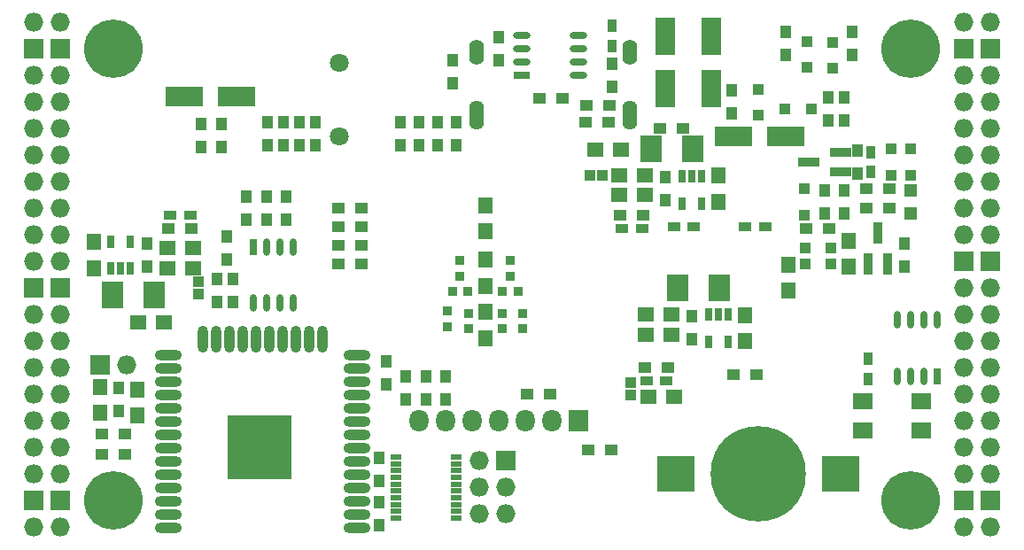
<source format=gbs>
G04 #@! TF.FileFunction,Soldermask,Bot*
%FSLAX46Y46*%
G04 Gerber Fmt 4.6, Leading zero omitted, Abs format (unit mm)*
G04 Created by KiCad (PCBNEW 4.0.7+dfsg1-1) date Wed Jan 24 14:10:20 2018*
%MOMM*%
%LPD*%
G01*
G04 APERTURE LIST*
%ADD10C,0.100000*%
%ADD11O,1.827200X1.827200*%
%ADD12R,1.827200X1.827200*%
%ADD13R,1.000000X1.300000*%
%ADD14R,1.100000X1.100000*%
%ADD15R,1.900000X3.600000*%
%ADD16R,1.300000X1.000000*%
%ADD17R,2.100000X2.600000*%
%ADD18R,0.800000X1.300000*%
%ADD19R,1.350000X1.600000*%
%ADD20R,1.600000X1.350000*%
%ADD21R,0.900000X2.000000*%
%ADD22R,2.000000X0.900000*%
%ADD23R,1.300000X0.850000*%
%ADD24R,0.850000X1.300000*%
%ADD25C,5.600000*%
%ADD26R,1.100000X0.500000*%
%ADD27R,1.827200X2.132000*%
%ADD28O,1.827200X2.132000*%
%ADD29R,3.600000X1.900000*%
%ADD30R,3.600000X3.400000*%
%ADD31C,9.100000*%
%ADD32C,1.800000*%
%ADD33O,1.400000X2.800000*%
%ADD34O,1.400000X2.400000*%
%ADD35R,0.700000X1.650000*%
%ADD36O,0.700000X1.650000*%
%ADD37R,1.650000X0.700000*%
%ADD38O,1.650000X0.700000*%
%ADD39O,2.600000X1.000000*%
%ADD40O,1.000000X2.600000*%
%ADD41R,6.100000X6.100000*%
%ADD42R,1.900000X1.500000*%
%ADD43R,1.300000X1.300000*%
%ADD44R,0.850000X0.900000*%
%ADD45R,0.900000X0.850000*%
G04 APERTURE END LIST*
D10*
D11*
X97910000Y-62690000D03*
X95370000Y-62690000D03*
D12*
X97910000Y-65230000D03*
X95370000Y-65230000D03*
D11*
X97910000Y-67770000D03*
X95370000Y-67770000D03*
X97910000Y-70310000D03*
X95370000Y-70310000D03*
X97910000Y-72850000D03*
X95370000Y-72850000D03*
X97910000Y-75390000D03*
X95370000Y-75390000D03*
X97910000Y-77930000D03*
X95370000Y-77930000D03*
X97910000Y-80470000D03*
X95370000Y-80470000D03*
X97910000Y-83010000D03*
X95370000Y-83010000D03*
X97910000Y-85550000D03*
X95370000Y-85550000D03*
D12*
X97910000Y-88090000D03*
X95370000Y-88090000D03*
D11*
X97910000Y-90630000D03*
X95370000Y-90630000D03*
X97910000Y-93170000D03*
X95370000Y-93170000D03*
X97910000Y-95710000D03*
X95370000Y-95710000D03*
X97910000Y-98250000D03*
X95370000Y-98250000D03*
X97910000Y-100790000D03*
X95370000Y-100790000D03*
X97910000Y-103330000D03*
X95370000Y-103330000D03*
X97910000Y-105870000D03*
X95370000Y-105870000D03*
D12*
X97910000Y-108410000D03*
X95370000Y-108410000D03*
D11*
X97910000Y-110950000D03*
X95370000Y-110950000D03*
D13*
X103498000Y-99858000D03*
X103498000Y-97658000D03*
D14*
X152393000Y-97142000D03*
X152393000Y-98342000D03*
D15*
X155695000Y-69000000D03*
X155695000Y-64000000D03*
D16*
X157430000Y-72850000D03*
X155230000Y-72850000D03*
D17*
X160870000Y-88090000D03*
X156870000Y-88090000D03*
D18*
X159825000Y-90600000D03*
X160775000Y-90600000D03*
X161725000Y-90600000D03*
X161725000Y-93200000D03*
X159825000Y-93200000D03*
D17*
X102895000Y-88725000D03*
X106895000Y-88725000D03*
D18*
X104575000Y-86215000D03*
X103625000Y-86215000D03*
X102675000Y-86215000D03*
X102675000Y-83615000D03*
X104575000Y-83615000D03*
D17*
X158330000Y-74755000D03*
X154330000Y-74755000D03*
D18*
X157285000Y-77392000D03*
X158235000Y-77392000D03*
X159185000Y-77392000D03*
X159185000Y-79992000D03*
X157285000Y-79992000D03*
D19*
X101085000Y-83665000D03*
X101085000Y-86165000D03*
D20*
X153810000Y-90630000D03*
X156310000Y-90630000D03*
X153810000Y-92535000D03*
X156310000Y-92535000D03*
D19*
X163315000Y-93150000D03*
X163315000Y-90650000D03*
D20*
X151270000Y-79200000D03*
X153770000Y-79200000D03*
X151270000Y-77295000D03*
X153770000Y-77295000D03*
D19*
X160775000Y-79815000D03*
X160775000Y-77315000D03*
D20*
X110590000Y-84280000D03*
X108090000Y-84280000D03*
X110590000Y-86185000D03*
X108090000Y-86185000D03*
D19*
X173221000Y-86038000D03*
X173221000Y-83538000D03*
D21*
X176965000Y-85780000D03*
X175065000Y-85780000D03*
X176015000Y-82780000D03*
D22*
X172435000Y-75075000D03*
X172435000Y-76975000D03*
X169435000Y-76025000D03*
D23*
X153910000Y-96910000D03*
X155810000Y-96910000D03*
X151570000Y-82375000D03*
X153470000Y-82375000D03*
X110290000Y-81105000D03*
X108390000Y-81105000D03*
D24*
X175380000Y-75075000D03*
X175380000Y-76975000D03*
D16*
X169200000Y-82375000D03*
X171400000Y-82375000D03*
D13*
X172840000Y-80935000D03*
X172840000Y-78735000D03*
D16*
X177115000Y-80470000D03*
X174915000Y-80470000D03*
D13*
X174110000Y-74925000D03*
X174110000Y-77125000D03*
X178555000Y-83815000D03*
X178555000Y-86015000D03*
X113785000Y-83180000D03*
X113785000Y-85380000D03*
X170935000Y-80935000D03*
X170935000Y-78735000D03*
X128390000Y-108580000D03*
X128390000Y-110780000D03*
D16*
X150572000Y-103584000D03*
X148372000Y-103584000D03*
X177115000Y-78565000D03*
X174915000Y-78565000D03*
X153760000Y-95640000D03*
X155960000Y-95640000D03*
X110440000Y-82375000D03*
X108240000Y-82375000D03*
X151420000Y-81105000D03*
X153620000Y-81105000D03*
D13*
X158235000Y-90800000D03*
X158235000Y-93000000D03*
X106165000Y-86015000D03*
X106165000Y-83815000D03*
X155695000Y-77465000D03*
X155695000Y-79665000D03*
D16*
X126696000Y-85804000D03*
X124496000Y-85804000D03*
X126696000Y-84026000D03*
X124496000Y-84026000D03*
X126696000Y-82248000D03*
X124496000Y-82248000D03*
X126696000Y-80470000D03*
X124496000Y-80470000D03*
D13*
X130422000Y-74458000D03*
X130422000Y-72258000D03*
X132200000Y-74458000D03*
X132200000Y-72258000D03*
X133978000Y-74458000D03*
X133978000Y-72258000D03*
X135756000Y-74458000D03*
X135756000Y-72258000D03*
D24*
X150589600Y-64910000D03*
X150589600Y-63010000D03*
D11*
X184270000Y-110950000D03*
X186810000Y-110950000D03*
D12*
X184270000Y-108410000D03*
X186810000Y-108410000D03*
D11*
X184270000Y-105870000D03*
X186810000Y-105870000D03*
X184270000Y-103330000D03*
X186810000Y-103330000D03*
X184270000Y-100790000D03*
X186810000Y-100790000D03*
X184270000Y-98250000D03*
X186810000Y-98250000D03*
X184270000Y-95710000D03*
X186810000Y-95710000D03*
X184270000Y-93170000D03*
X186810000Y-93170000D03*
X184270000Y-90630000D03*
X186810000Y-90630000D03*
X184270000Y-88090000D03*
X186810000Y-88090000D03*
D12*
X184270000Y-85550000D03*
X186810000Y-85550000D03*
D11*
X184270000Y-83010000D03*
X186810000Y-83010000D03*
X184270000Y-80470000D03*
X186810000Y-80470000D03*
X184270000Y-77930000D03*
X186810000Y-77930000D03*
X184270000Y-75390000D03*
X186810000Y-75390000D03*
X184270000Y-72850000D03*
X186810000Y-72850000D03*
X184270000Y-70310000D03*
X186810000Y-70310000D03*
X184270000Y-67770000D03*
X186810000Y-67770000D03*
D12*
X184270000Y-65230000D03*
X186810000Y-65230000D03*
D11*
X184270000Y-62690000D03*
X186810000Y-62690000D03*
D25*
X102990000Y-108410000D03*
X179190000Y-108410000D03*
X179190000Y-65230000D03*
X102990000Y-65230000D03*
D13*
X162045000Y-71410000D03*
X162045000Y-69210000D03*
X139820000Y-66330000D03*
X139820000Y-64130000D03*
X135375000Y-68532000D03*
X135375000Y-66332000D03*
X150615000Y-68870000D03*
X150615000Y-66670000D03*
D16*
X150275000Y-72215000D03*
X148075000Y-72215000D03*
X150380000Y-70600000D03*
X148180000Y-70600000D03*
D26*
X135735000Y-104215000D03*
X135735000Y-104865000D03*
X135735000Y-105515000D03*
X135735000Y-106165000D03*
X135735000Y-106815000D03*
X135735000Y-107465000D03*
X135735000Y-108115000D03*
X135735000Y-108765000D03*
X135735000Y-109415000D03*
X135735000Y-110065000D03*
X129935000Y-110065000D03*
X129935000Y-109415000D03*
X129935000Y-108765000D03*
X129935000Y-108115000D03*
X129935000Y-107465000D03*
X129935000Y-106815000D03*
X129935000Y-106165000D03*
X129935000Y-105515000D03*
X129935000Y-104865000D03*
X129935000Y-104215000D03*
D13*
X119500000Y-79370000D03*
X119500000Y-81570000D03*
X114420000Y-89444000D03*
X114420000Y-87244000D03*
X129025000Y-97275000D03*
X129025000Y-95075000D03*
X117595000Y-79370000D03*
X117595000Y-81570000D03*
X112896000Y-89444000D03*
X112896000Y-87244000D03*
X115690000Y-79370000D03*
X115690000Y-81570000D03*
D16*
X144730000Y-98250000D03*
X142530000Y-98250000D03*
D13*
X132835000Y-98715000D03*
X132835000Y-96515000D03*
X130930000Y-98715000D03*
X130930000Y-96515000D03*
D16*
X101890000Y-103965000D03*
X104090000Y-103965000D03*
D12*
X101720000Y-95456000D03*
D11*
X104260000Y-95456000D03*
D16*
X104090000Y-102060000D03*
X101890000Y-102060000D03*
D19*
X167506000Y-88324000D03*
X167506000Y-85824000D03*
D16*
X164415000Y-96345000D03*
X162215000Y-96345000D03*
D13*
X167252000Y-65822000D03*
X167252000Y-63622000D03*
D12*
X140455000Y-104600000D03*
D11*
X137915000Y-104600000D03*
X140455000Y-107140000D03*
X137915000Y-107140000D03*
X140455000Y-109680000D03*
X137915000Y-109680000D03*
D19*
X138500000Y-90370000D03*
X138500000Y-92870000D03*
X138500000Y-82670000D03*
X138500000Y-80170000D03*
X138500000Y-85370000D03*
X138500000Y-87870000D03*
X101720000Y-97508000D03*
X101720000Y-100008000D03*
D13*
X113277000Y-74585000D03*
X113277000Y-72385000D03*
X111372000Y-74585000D03*
X111372000Y-72385000D03*
X172840000Y-72045000D03*
X172840000Y-69845000D03*
X171316000Y-72045000D03*
X171316000Y-69845000D03*
D27*
X147440000Y-100790000D03*
D28*
X144900000Y-100790000D03*
X142360000Y-100790000D03*
X139820000Y-100790000D03*
X137280000Y-100790000D03*
X134740000Y-100790000D03*
X132200000Y-100790000D03*
D19*
X105276000Y-100262000D03*
X105276000Y-97762000D03*
D29*
X109761000Y-69802000D03*
X114761000Y-69802000D03*
X167212000Y-73612000D03*
X162212000Y-73612000D03*
D15*
X160140000Y-64000000D03*
X160140000Y-69000000D03*
D20*
X154064000Y-98504000D03*
X156564000Y-98504000D03*
X107796000Y-91392000D03*
X105296000Y-91392000D03*
X151484000Y-74882000D03*
X148984000Y-74882000D03*
D13*
X173602000Y-65822000D03*
X173602000Y-63622000D03*
X134740000Y-96515000D03*
X134740000Y-98715000D03*
D30*
X172485000Y-105870000D03*
X156685000Y-105870000D03*
D31*
X164585000Y-105870000D03*
D14*
X169284000Y-66988000D03*
X169284000Y-64488000D03*
X171697000Y-67081000D03*
X171697000Y-64581000D03*
X169050000Y-84280000D03*
X171550000Y-84280000D03*
X169030000Y-81085000D03*
X169030000Y-78585000D03*
X171550000Y-85804000D03*
X169050000Y-85804000D03*
X179190000Y-77275000D03*
X179190000Y-74775000D03*
X177285000Y-74775000D03*
X177285000Y-77275000D03*
X167145000Y-70945000D03*
X169645000Y-70945000D03*
X164585000Y-69060000D03*
X164585000Y-71560000D03*
X111118000Y-87490000D03*
X111118000Y-88690000D03*
X149691000Y-77295000D03*
X148491000Y-77295000D03*
D13*
X128390000Y-106546000D03*
X128390000Y-104346000D03*
X117722000Y-74458000D03*
X117722000Y-72258000D03*
X119246000Y-74458000D03*
X119246000Y-72258000D03*
X120770000Y-74458000D03*
X120770000Y-72258000D03*
X122294000Y-74458000D03*
X122294000Y-72258000D03*
D16*
X145880000Y-69900000D03*
X143680000Y-69900000D03*
D32*
X124580000Y-66548000D03*
X124580000Y-73548000D03*
D33*
X152280000Y-71550000D03*
X137680000Y-71550000D03*
D34*
X137680000Y-65500000D03*
X152280000Y-65500000D03*
D35*
X181730000Y-96505000D03*
D36*
X180460000Y-96505000D03*
X179190000Y-96505000D03*
X177920000Y-96505000D03*
X177920000Y-91105000D03*
X179190000Y-91105000D03*
X180460000Y-91105000D03*
X181730000Y-91105000D03*
D37*
X141980000Y-67706500D03*
D38*
X141980000Y-66436500D03*
X141980000Y-65166500D03*
X141980000Y-63896500D03*
X147380000Y-63896500D03*
X147380000Y-65166500D03*
X147380000Y-66436500D03*
X147380000Y-67706500D03*
D35*
X116325000Y-84120000D03*
D36*
X117595000Y-84120000D03*
X118865000Y-84120000D03*
X120135000Y-84120000D03*
X120135000Y-89520000D03*
X118865000Y-89520000D03*
X117595000Y-89520000D03*
X116325000Y-89520000D03*
D39*
X126230000Y-111000000D03*
X126230000Y-109730000D03*
X126230000Y-108460000D03*
X126230000Y-107190000D03*
X126230000Y-105920000D03*
X126230000Y-104650000D03*
X126230000Y-103380000D03*
X126230000Y-102110000D03*
X126230000Y-100840000D03*
X126230000Y-99570000D03*
X126230000Y-98300000D03*
X126230000Y-97030000D03*
X126230000Y-95760000D03*
X126230000Y-94490000D03*
D40*
X122945000Y-93000000D03*
X121675000Y-93000000D03*
X120405000Y-93000000D03*
X119135000Y-93000000D03*
X117865000Y-93000000D03*
X116595000Y-93000000D03*
X115325000Y-93000000D03*
X114055000Y-93000000D03*
X112785000Y-93000000D03*
X111515000Y-93000000D03*
D39*
X108230000Y-94490000D03*
X108230000Y-95760000D03*
X108230000Y-97030000D03*
X108230000Y-98300000D03*
X108230000Y-99570000D03*
X108230000Y-100840000D03*
X108230000Y-102110000D03*
X108230000Y-103380000D03*
X108230000Y-104650000D03*
X108230000Y-105920000D03*
X108230000Y-107190000D03*
X108230000Y-108460000D03*
X108230000Y-109730000D03*
X108230000Y-111000000D03*
D41*
X116930000Y-103300000D03*
D42*
X180212000Y-98882000D03*
X174612000Y-98882000D03*
X174612000Y-101682000D03*
X180212000Y-101682000D03*
D43*
X179190000Y-78735000D03*
X179190000Y-80935000D03*
D44*
X140900000Y-86970000D03*
X140900000Y-85470000D03*
X136100000Y-86970000D03*
X136100000Y-85470000D03*
X136900000Y-91970000D03*
X136900000Y-90470000D03*
X140100000Y-91970000D03*
X140100000Y-90470000D03*
X142100000Y-91970000D03*
X142100000Y-90470000D03*
X134900000Y-91770000D03*
X134900000Y-90270000D03*
D45*
X136850000Y-88420000D03*
X135350000Y-88420000D03*
X140150000Y-88420000D03*
X141650000Y-88420000D03*
D23*
X163350000Y-82220000D03*
X165250000Y-82220000D03*
X158450000Y-82220000D03*
X156550000Y-82220000D03*
D24*
X175100000Y-94870000D03*
X175100000Y-96770000D03*
M02*

</source>
